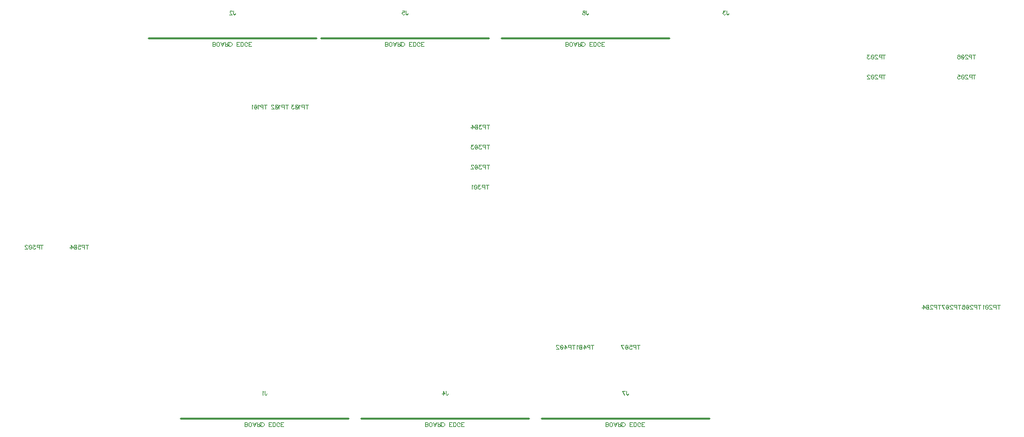
<source format=gbr>
G04 DipTrace 2.4.0.2*
%INBottomAssy.gbr*%
%MOIN*%
%ADD10C,0.0098*%
%ADD12C,0.003*%
%FSLAX44Y44*%
G04*
G70*
G90*
G75*
G01*
%LNBotAssy*%
%LPD*%
X10311Y402D2*
D10*
X18689D1*
X8711Y19402D2*
X17089D1*
X19311Y402D2*
X27689D1*
X17311Y19402D2*
X25689D1*
X28311Y402D2*
X36689D1*
X26311Y19402D2*
X34689D1*
X14507Y1793D2*
D12*
Y1640D1*
X14517Y1611D1*
X14526Y1602D1*
X14545Y1592D1*
X14564D1*
X14583Y1602D1*
X14593Y1611D1*
X14603Y1640D1*
Y1659D1*
X14445Y1754D2*
X14426Y1764D1*
X14397Y1793D1*
Y1592D1*
X12950Y20793D2*
Y20640D1*
X12960Y20611D1*
X12969Y20602D1*
X12988Y20592D1*
X13007D1*
X13026Y20602D1*
X13036Y20611D1*
X13046Y20640D1*
Y20659D1*
X12879Y20745D2*
Y20754D1*
X12869Y20774D1*
X12860Y20783D1*
X12840Y20793D1*
X12802D1*
X12783Y20783D1*
X12774Y20774D1*
X12764Y20754D1*
Y20735D1*
X12774Y20716D1*
X12793Y20688D1*
X12888Y20592D1*
X12754D1*
X37550Y20793D2*
Y20640D1*
X37560Y20611D1*
X37569Y20602D1*
X37588Y20592D1*
X37607D1*
X37626Y20602D1*
X37636Y20611D1*
X37646Y20640D1*
Y20659D1*
X37469Y20793D2*
X37364D1*
X37421Y20716D1*
X37393D1*
X37374Y20707D1*
X37364Y20697D1*
X37354Y20668D1*
Y20649D1*
X37364Y20621D1*
X37383Y20601D1*
X37412Y20592D1*
X37440D1*
X37469Y20601D1*
X37479Y20611D1*
X37488Y20630D1*
X23555Y1793D2*
Y1640D1*
X23564Y1611D1*
X23574Y1602D1*
X23593Y1592D1*
X23612D1*
X23631Y1602D1*
X23641Y1611D1*
X23650Y1640D1*
Y1659D1*
X23397Y1592D2*
Y1793D1*
X23493Y1659D1*
X23350D1*
X21550Y20793D2*
Y20640D1*
X21560Y20611D1*
X21569Y20602D1*
X21588Y20592D1*
X21607D1*
X21626Y20602D1*
X21636Y20611D1*
X21646Y20640D1*
Y20659D1*
X21374Y20793D2*
X21469D1*
X21479Y20707D1*
X21469Y20716D1*
X21440Y20726D1*
X21412D1*
X21383Y20716D1*
X21364Y20697D1*
X21354Y20668D1*
Y20649D1*
X21364Y20621D1*
X21383Y20601D1*
X21412Y20592D1*
X21440D1*
X21469Y20601D1*
X21479Y20611D1*
X21488Y20630D1*
X32550Y1793D2*
Y1640D1*
X32560Y1611D1*
X32569Y1602D1*
X32588Y1592D1*
X32607D1*
X32626Y1602D1*
X32636Y1611D1*
X32646Y1640D1*
Y1659D1*
X32450Y1592D2*
X32354Y1793D1*
X32488D1*
X30550Y20793D2*
Y20640D1*
X30559Y20611D1*
X30569Y20602D1*
X30588Y20592D1*
X30607D1*
X30626Y20602D1*
X30636Y20611D1*
X30646Y20640D1*
Y20659D1*
X30440Y20793D2*
X30469Y20783D1*
X30479Y20764D1*
Y20745D1*
X30469Y20726D1*
X30450Y20716D1*
X30412Y20707D1*
X30383Y20697D1*
X30364Y20678D1*
X30354Y20659D1*
Y20630D1*
X30364Y20611D1*
X30373Y20601D1*
X30402Y20592D1*
X30440D1*
X30469Y20601D1*
X30479Y20611D1*
X30488Y20630D1*
Y20659D1*
X30479Y20678D1*
X30459Y20697D1*
X30431Y20707D1*
X30393Y20716D1*
X30373Y20726D1*
X30364Y20745D1*
Y20764D1*
X30373Y20783D1*
X30402Y20793D1*
X30440D1*
X14555Y16088D2*
Y15887D1*
X14622Y16088D2*
X14488D1*
X14427Y15983D2*
X14340D1*
X14312Y15992D1*
X14302Y16002D1*
X14293Y16021D1*
Y16050D1*
X14302Y16069D1*
X14312Y16079D1*
X14340Y16088D1*
X14427D1*
Y15887D1*
X14231Y16050D2*
X14212Y16059D1*
X14183Y16088D1*
Y15887D1*
X14064Y16088D2*
X14093Y16078D1*
X14112Y16050D1*
X14121Y16002D1*
Y15973D1*
X14112Y15925D1*
X14093Y15897D1*
X14064Y15887D1*
X14045D1*
X14016Y15897D1*
X13997Y15925D1*
X13987Y15973D1*
Y16002D1*
X13997Y16050D1*
X14016Y16078D1*
X14045Y16088D1*
X14064D1*
X13997Y16050D2*
X14112Y15925D1*
X13926Y16050D2*
X13906Y16059D1*
X13878Y16088D1*
Y15887D1*
X15598Y16088D2*
Y15887D1*
X15665Y16088D2*
X15531D1*
X15470Y15983D2*
X15383D1*
X15355Y15992D1*
X15345Y16002D1*
X15336Y16021D1*
Y16050D1*
X15345Y16069D1*
X15355Y16079D1*
X15383Y16088D1*
X15470D1*
Y15887D1*
X15274Y16050D2*
X15255Y16059D1*
X15226Y16088D1*
Y15887D1*
X15107Y16088D2*
X15136Y16078D1*
X15155Y16050D1*
X15164Y16002D1*
Y15973D1*
X15155Y15925D1*
X15136Y15897D1*
X15107Y15887D1*
X15088D1*
X15059Y15897D1*
X15040Y15925D1*
X15030Y15973D1*
Y16002D1*
X15040Y16050D1*
X15059Y16078D1*
X15088Y16088D1*
X15107D1*
X15040Y16050D2*
X15155Y15925D1*
X14959Y16040D2*
Y16050D1*
X14949Y16069D1*
X14940Y16078D1*
X14921Y16088D1*
X14882D1*
X14863Y16078D1*
X14854Y16069D1*
X14844Y16050D1*
Y16031D1*
X14854Y16011D1*
X14873Y15983D1*
X14969Y15887D1*
X14835D1*
X16598Y16088D2*
Y15887D1*
X16665Y16088D2*
X16531D1*
X16470Y15983D2*
X16383D1*
X16355Y15992D1*
X16345Y16002D1*
X16336Y16021D1*
Y16050D1*
X16345Y16069D1*
X16355Y16079D1*
X16383Y16088D1*
X16470D1*
Y15887D1*
X16274Y16050D2*
X16255Y16059D1*
X16226Y16088D1*
Y15887D1*
X16107Y16088D2*
X16136Y16078D1*
X16155Y16050D1*
X16164Y16002D1*
Y15973D1*
X16155Y15925D1*
X16136Y15897D1*
X16107Y15887D1*
X16088D1*
X16059Y15897D1*
X16040Y15925D1*
X16030Y15973D1*
Y16002D1*
X16040Y16050D1*
X16059Y16078D1*
X16088Y16088D1*
X16107D1*
X16040Y16050D2*
X16155Y15925D1*
X15949Y16088D2*
X15844D1*
X15902Y16011D1*
X15873D1*
X15854Y16002D1*
X15844Y15992D1*
X15835Y15964D1*
Y15945D1*
X15844Y15916D1*
X15863Y15897D1*
X15892Y15887D1*
X15921D1*
X15949Y15897D1*
X15959Y15906D1*
X15969Y15925D1*
X51098Y6088D2*
Y5887D1*
X51165Y6088D2*
X51031D1*
X50970Y5983D2*
X50883D1*
X50855Y5992D1*
X50845Y6002D1*
X50836Y6021D1*
Y6050D1*
X50845Y6069D1*
X50855Y6079D1*
X50883Y6088D1*
X50970D1*
Y5887D1*
X50764Y6040D2*
Y6050D1*
X50755Y6069D1*
X50745Y6078D1*
X50726Y6088D1*
X50688D1*
X50669Y6078D1*
X50659Y6069D1*
X50650Y6050D1*
Y6031D1*
X50659Y6011D1*
X50678Y5983D1*
X50774Y5887D1*
X50640D1*
X50521Y6088D2*
X50550Y6078D1*
X50569Y6050D1*
X50578Y6002D1*
Y5973D1*
X50569Y5925D1*
X50550Y5897D1*
X50521Y5887D1*
X50502D1*
X50473Y5897D1*
X50454Y5925D1*
X50444Y5973D1*
Y6002D1*
X50454Y6050D1*
X50473Y6078D1*
X50502Y6088D1*
X50521D1*
X50454Y6050D2*
X50569Y5925D1*
X50383Y6050D2*
X50363Y6059D1*
X50335Y6088D1*
Y5887D1*
X45391Y17588D2*
Y17387D1*
X45458Y17588D2*
X45324D1*
X45263Y17483D2*
X45176D1*
X45148Y17492D1*
X45138Y17502D1*
X45129Y17521D1*
Y17550D1*
X45138Y17569D1*
X45148Y17579D1*
X45176Y17588D1*
X45263D1*
Y17387D1*
X45057Y17540D2*
Y17550D1*
X45048Y17569D1*
X45038Y17578D1*
X45019Y17588D1*
X44981D1*
X44962Y17578D1*
X44952Y17569D1*
X44943Y17550D1*
Y17531D1*
X44952Y17511D1*
X44971Y17483D1*
X45067Y17387D1*
X44933D1*
X44814Y17588D2*
X44843Y17578D1*
X44862Y17550D1*
X44871Y17502D1*
Y17473D1*
X44862Y17425D1*
X44843Y17397D1*
X44814Y17387D1*
X44795D1*
X44766Y17397D1*
X44747Y17425D1*
X44737Y17473D1*
Y17502D1*
X44747Y17550D1*
X44766Y17578D1*
X44795Y17588D1*
X44814D1*
X44747Y17550D2*
X44862Y17425D1*
X44666Y17540D2*
Y17550D1*
X44656Y17569D1*
X44647Y17578D1*
X44628Y17588D1*
X44589D1*
X44570Y17578D1*
X44561Y17569D1*
X44551Y17550D1*
Y17531D1*
X44561Y17511D1*
X44580Y17483D1*
X44676Y17387D1*
X44542D1*
X45391Y18588D2*
Y18387D1*
X45458Y18588D2*
X45324D1*
X45263Y18483D2*
X45176D1*
X45148Y18492D1*
X45138Y18502D1*
X45129Y18521D1*
Y18550D1*
X45138Y18569D1*
X45148Y18579D1*
X45176Y18588D1*
X45263D1*
Y18387D1*
X45057Y18540D2*
Y18550D1*
X45048Y18569D1*
X45038Y18578D1*
X45019Y18588D1*
X44981D1*
X44962Y18578D1*
X44952Y18569D1*
X44943Y18550D1*
Y18531D1*
X44952Y18511D1*
X44971Y18483D1*
X45067Y18387D1*
X44933D1*
X44814Y18588D2*
X44843Y18578D1*
X44862Y18550D1*
X44871Y18502D1*
Y18473D1*
X44862Y18425D1*
X44843Y18397D1*
X44814Y18387D1*
X44795D1*
X44766Y18397D1*
X44747Y18425D1*
X44737Y18473D1*
Y18502D1*
X44747Y18550D1*
X44766Y18578D1*
X44795Y18588D1*
X44814D1*
X44747Y18550D2*
X44862Y18425D1*
X44656Y18588D2*
X44551D1*
X44609Y18511D1*
X44580D1*
X44561Y18502D1*
X44551Y18492D1*
X44542Y18464D1*
Y18445D1*
X44551Y18416D1*
X44570Y18397D1*
X44599Y18387D1*
X44628D1*
X44656Y18397D1*
X44666Y18406D1*
X44676Y18425D1*
X48146Y6088D2*
Y5887D1*
X48213Y6088D2*
X48079D1*
X48017Y5983D2*
X47931D1*
X47903Y5992D1*
X47893Y6002D1*
X47883Y6021D1*
Y6050D1*
X47893Y6069D1*
X47903Y6079D1*
X47931Y6088D1*
X48017D1*
Y5887D1*
X47812Y6040D2*
Y6050D1*
X47803Y6069D1*
X47793Y6078D1*
X47774Y6088D1*
X47736D1*
X47717Y6078D1*
X47707Y6069D1*
X47697Y6050D1*
Y6031D1*
X47707Y6011D1*
X47726Y5983D1*
X47822Y5887D1*
X47688D1*
X47569Y6088D2*
X47597Y6078D1*
X47617Y6050D1*
X47626Y6002D1*
Y5973D1*
X47617Y5925D1*
X47597Y5897D1*
X47569Y5887D1*
X47550D1*
X47521Y5897D1*
X47502Y5925D1*
X47492Y5973D1*
Y6002D1*
X47502Y6050D1*
X47521Y6078D1*
X47550Y6088D1*
X47569D1*
X47502Y6050D2*
X47617Y5925D1*
X47335Y5887D2*
Y6088D1*
X47430Y5954D1*
X47287D1*
X49891Y17588D2*
Y17387D1*
X49958Y17588D2*
X49824D1*
X49763Y17483D2*
X49676D1*
X49648Y17492D1*
X49638Y17502D1*
X49629Y17521D1*
Y17550D1*
X49638Y17569D1*
X49648Y17579D1*
X49676Y17588D1*
X49763D1*
Y17387D1*
X49557Y17540D2*
Y17550D1*
X49548Y17569D1*
X49538Y17578D1*
X49519Y17588D1*
X49481D1*
X49462Y17578D1*
X49452Y17569D1*
X49443Y17550D1*
Y17531D1*
X49452Y17511D1*
X49471Y17483D1*
X49567Y17387D1*
X49433D1*
X49314Y17588D2*
X49343Y17578D1*
X49362Y17550D1*
X49371Y17502D1*
Y17473D1*
X49362Y17425D1*
X49343Y17397D1*
X49314Y17387D1*
X49295D1*
X49266Y17397D1*
X49247Y17425D1*
X49237Y17473D1*
Y17502D1*
X49247Y17550D1*
X49266Y17578D1*
X49295Y17588D1*
X49314D1*
X49247Y17550D2*
X49362Y17425D1*
X49061Y17588D2*
X49156D1*
X49166Y17502D1*
X49156Y17511D1*
X49128Y17521D1*
X49099D1*
X49070Y17511D1*
X49051Y17492D1*
X49042Y17464D1*
Y17445D1*
X49051Y17416D1*
X49070Y17397D1*
X49099Y17387D1*
X49128D1*
X49156Y17397D1*
X49166Y17406D1*
X49176Y17425D1*
X49887Y18588D2*
Y18387D1*
X49954Y18588D2*
X49820D1*
X49758Y18483D2*
X49672D1*
X49643Y18492D1*
X49633Y18502D1*
X49624Y18521D1*
Y18550D1*
X49633Y18569D1*
X49643Y18579D1*
X49672Y18588D1*
X49758D1*
Y18387D1*
X49552Y18540D2*
Y18550D1*
X49543Y18569D1*
X49533Y18578D1*
X49514Y18588D1*
X49476D1*
X49457Y18578D1*
X49447Y18569D1*
X49438Y18550D1*
Y18531D1*
X49447Y18511D1*
X49466Y18483D1*
X49562Y18387D1*
X49428D1*
X49309Y18588D2*
X49338Y18578D1*
X49357Y18550D1*
X49366Y18502D1*
Y18473D1*
X49357Y18425D1*
X49338Y18397D1*
X49309Y18387D1*
X49290D1*
X49261Y18397D1*
X49242Y18425D1*
X49232Y18473D1*
Y18502D1*
X49242Y18550D1*
X49261Y18578D1*
X49290Y18588D1*
X49309D1*
X49242Y18550D2*
X49357Y18425D1*
X49056Y18559D2*
X49065Y18578D1*
X49094Y18588D1*
X49113D1*
X49142Y18578D1*
X49161Y18550D1*
X49171Y18502D1*
Y18454D1*
X49161Y18416D1*
X49142Y18397D1*
X49113Y18387D1*
X49104D1*
X49075Y18397D1*
X49056Y18416D1*
X49046Y18445D1*
Y18454D1*
X49056Y18483D1*
X49075Y18502D1*
X49104Y18511D1*
X49113D1*
X49142Y18502D1*
X49161Y18483D1*
X49171Y18454D1*
X49141Y6088D2*
Y5887D1*
X49208Y6088D2*
X49074D1*
X49013Y5983D2*
X48926D1*
X48898Y5992D1*
X48888Y6002D1*
X48879Y6021D1*
Y6050D1*
X48888Y6069D1*
X48898Y6079D1*
X48926Y6088D1*
X49013D1*
Y5887D1*
X48807Y6040D2*
Y6050D1*
X48798Y6069D1*
X48788Y6078D1*
X48769Y6088D1*
X48731D1*
X48712Y6078D1*
X48702Y6069D1*
X48693Y6050D1*
Y6031D1*
X48702Y6011D1*
X48721Y5983D1*
X48817Y5887D1*
X48683D1*
X48564Y6088D2*
X48593Y6078D1*
X48612Y6050D1*
X48621Y6002D1*
Y5973D1*
X48612Y5925D1*
X48593Y5897D1*
X48564Y5887D1*
X48545D1*
X48516Y5897D1*
X48497Y5925D1*
X48487Y5973D1*
Y6002D1*
X48497Y6050D1*
X48516Y6078D1*
X48545Y6088D1*
X48564D1*
X48497Y6050D2*
X48612Y5925D1*
X48387Y5887D2*
X48292Y6088D1*
X48426D1*
X50141D2*
Y5887D1*
X50208Y6088D2*
X50074D1*
X50013Y5983D2*
X49926D1*
X49898Y5992D1*
X49888Y6002D1*
X49879Y6021D1*
Y6050D1*
X49888Y6069D1*
X49898Y6079D1*
X49926Y6088D1*
X50013D1*
Y5887D1*
X49807Y6040D2*
Y6050D1*
X49798Y6069D1*
X49788Y6078D1*
X49769Y6088D1*
X49731D1*
X49712Y6078D1*
X49702Y6069D1*
X49692Y6050D1*
Y6031D1*
X49702Y6011D1*
X49721Y5983D1*
X49817Y5887D1*
X49683D1*
X49564Y6088D2*
X49592Y6078D1*
X49612Y6050D1*
X49621Y6002D1*
Y5973D1*
X49612Y5925D1*
X49592Y5897D1*
X49564Y5887D1*
X49545D1*
X49516Y5897D1*
X49497Y5925D1*
X49487Y5973D1*
Y6002D1*
X49497Y6050D1*
X49516Y6078D1*
X49545Y6088D1*
X49564D1*
X49497Y6050D2*
X49612Y5925D1*
X49378Y6088D2*
X49406Y6078D1*
X49416Y6059D1*
Y6040D1*
X49406Y6021D1*
X49387Y6011D1*
X49349Y6002D1*
X49320Y5992D1*
X49301Y5973D1*
X49292Y5954D1*
Y5925D1*
X49301Y5906D1*
X49311Y5897D1*
X49339Y5887D1*
X49378D1*
X49406Y5897D1*
X49416Y5906D1*
X49425Y5925D1*
Y5954D1*
X49416Y5973D1*
X49397Y5992D1*
X49368Y6002D1*
X49330Y6011D1*
X49311Y6021D1*
X49301Y6040D1*
Y6059D1*
X49311Y6078D1*
X49339Y6088D1*
X49378D1*
X25598Y12088D2*
Y11887D1*
X25665Y12088D2*
X25531D1*
X25470Y11983D2*
X25383D1*
X25355Y11992D1*
X25345Y12002D1*
X25336Y12021D1*
Y12050D1*
X25345Y12069D1*
X25355Y12079D1*
X25383Y12088D1*
X25470D1*
Y11887D1*
X25255Y12088D2*
X25150D1*
X25207Y12011D1*
X25178D1*
X25159Y12002D1*
X25150Y11992D1*
X25140Y11964D1*
Y11945D1*
X25150Y11916D1*
X25169Y11897D1*
X25197Y11887D1*
X25226D1*
X25255Y11897D1*
X25264Y11906D1*
X25274Y11925D1*
X25021Y12088D2*
X25050Y12078D1*
X25069Y12050D1*
X25078Y12002D1*
Y11973D1*
X25069Y11925D1*
X25050Y11897D1*
X25021Y11887D1*
X25002D1*
X24973Y11897D1*
X24954Y11925D1*
X24944Y11973D1*
Y12002D1*
X24954Y12050D1*
X24973Y12078D1*
X25002Y12088D1*
X25021D1*
X24954Y12050D2*
X25069Y11925D1*
X24883Y12050D2*
X24863Y12059D1*
X24835Y12088D1*
Y11887D1*
X25641Y13088D2*
Y12887D1*
X25708Y13088D2*
X25574D1*
X25513Y12983D2*
X25426D1*
X25398Y12992D1*
X25388Y13002D1*
X25379Y13021D1*
Y13050D1*
X25388Y13069D1*
X25398Y13079D1*
X25426Y13088D1*
X25513D1*
Y12887D1*
X25298Y13088D2*
X25193D1*
X25250Y13011D1*
X25221D1*
X25202Y13002D1*
X25193Y12992D1*
X25183Y12964D1*
Y12945D1*
X25193Y12916D1*
X25212Y12897D1*
X25240Y12887D1*
X25269D1*
X25298Y12897D1*
X25307Y12906D1*
X25317Y12925D1*
X25064Y13088D2*
X25093Y13078D1*
X25112Y13050D1*
X25121Y13002D1*
Y12973D1*
X25112Y12925D1*
X25093Y12897D1*
X25064Y12887D1*
X25045D1*
X25016Y12897D1*
X24997Y12925D1*
X24987Y12973D1*
Y13002D1*
X24997Y13050D1*
X25016Y13078D1*
X25045Y13088D1*
X25064D1*
X24997Y13050D2*
X25112Y12925D1*
X24916Y13040D2*
Y13050D1*
X24906Y13069D1*
X24897Y13078D1*
X24878Y13088D1*
X24839D1*
X24820Y13078D1*
X24811Y13069D1*
X24801Y13050D1*
Y13031D1*
X24811Y13011D1*
X24830Y12983D1*
X24926Y12887D1*
X24792D1*
X25641Y14088D2*
Y13887D1*
X25708Y14088D2*
X25574D1*
X25513Y13983D2*
X25426D1*
X25398Y13992D1*
X25388Y14002D1*
X25379Y14021D1*
Y14050D1*
X25388Y14069D1*
X25398Y14079D1*
X25426Y14088D1*
X25513D1*
Y13887D1*
X25298Y14088D2*
X25193D1*
X25250Y14011D1*
X25221D1*
X25202Y14002D1*
X25193Y13992D1*
X25183Y13964D1*
Y13945D1*
X25193Y13916D1*
X25212Y13897D1*
X25240Y13887D1*
X25269D1*
X25298Y13897D1*
X25307Y13906D1*
X25317Y13925D1*
X25064Y14088D2*
X25093Y14078D1*
X25112Y14050D1*
X25121Y14002D1*
Y13973D1*
X25112Y13925D1*
X25093Y13897D1*
X25064Y13887D1*
X25045D1*
X25016Y13897D1*
X24997Y13925D1*
X24987Y13973D1*
Y14002D1*
X24997Y14050D1*
X25016Y14078D1*
X25045Y14088D1*
X25064D1*
X24997Y14050D2*
X25112Y13925D1*
X24906Y14088D2*
X24801D1*
X24859Y14011D1*
X24830D1*
X24811Y14002D1*
X24801Y13992D1*
X24792Y13964D1*
Y13945D1*
X24801Y13916D1*
X24820Y13897D1*
X24849Y13887D1*
X24878D1*
X24906Y13897D1*
X24916Y13906D1*
X24926Y13925D1*
X25646Y15088D2*
Y14887D1*
X25713Y15088D2*
X25579D1*
X25517Y14983D2*
X25431D1*
X25403Y14992D1*
X25393Y15002D1*
X25383Y15021D1*
Y15050D1*
X25393Y15069D1*
X25403Y15079D1*
X25431Y15088D1*
X25517D1*
Y14887D1*
X25303Y15088D2*
X25197D1*
X25255Y15011D1*
X25226D1*
X25207Y15002D1*
X25197Y14992D1*
X25188Y14964D1*
Y14945D1*
X25197Y14916D1*
X25217Y14897D1*
X25245Y14887D1*
X25274D1*
X25303Y14897D1*
X25312Y14906D1*
X25322Y14925D1*
X25069Y15088D2*
X25097Y15078D1*
X25117Y15050D1*
X25126Y15002D1*
Y14973D1*
X25117Y14925D1*
X25097Y14897D1*
X25069Y14887D1*
X25050D1*
X25021Y14897D1*
X25002Y14925D1*
X24992Y14973D1*
Y15002D1*
X25002Y15050D1*
X25021Y15078D1*
X25050Y15088D1*
X25069D1*
X25002Y15050D2*
X25117Y14925D1*
X24835Y14887D2*
Y15088D1*
X24930Y14954D1*
X24787D1*
X30853Y4088D2*
Y3887D1*
X30920Y4088D2*
X30786D1*
X30724Y3983D2*
X30638D1*
X30610Y3992D1*
X30600Y4002D1*
X30590Y4021D1*
Y4050D1*
X30600Y4069D1*
X30610Y4079D1*
X30638Y4088D1*
X30724D1*
Y3887D1*
X30433D2*
Y4088D1*
X30529Y3954D1*
X30385D1*
X30266Y4088D2*
X30295Y4078D1*
X30314Y4050D1*
X30324Y4002D1*
Y3973D1*
X30314Y3925D1*
X30295Y3897D1*
X30266Y3887D1*
X30247D1*
X30218Y3897D1*
X30199Y3925D1*
X30190Y3973D1*
Y4002D1*
X30199Y4050D1*
X30218Y4078D1*
X30247Y4088D1*
X30266D1*
X30199Y4050D2*
X30314Y3925D1*
X30128Y4050D2*
X30109Y4059D1*
X30080Y4088D1*
Y3887D1*
X29896Y4088D2*
Y3887D1*
X29963Y4088D2*
X29829D1*
X29767Y3983D2*
X29681D1*
X29653Y3992D1*
X29643Y4002D1*
X29633Y4021D1*
Y4050D1*
X29643Y4069D1*
X29653Y4079D1*
X29681Y4088D1*
X29767D1*
Y3887D1*
X29476D2*
Y4088D1*
X29572Y3954D1*
X29428D1*
X29309Y4088D2*
X29338Y4078D1*
X29357Y4050D1*
X29367Y4002D1*
Y3973D1*
X29357Y3925D1*
X29338Y3897D1*
X29309Y3887D1*
X29290D1*
X29261Y3897D1*
X29242Y3925D1*
X29233Y3973D1*
Y4002D1*
X29242Y4050D1*
X29261Y4078D1*
X29290Y4088D1*
X29309D1*
X29242Y4050D2*
X29357Y3925D1*
X29161Y4040D2*
Y4050D1*
X29152Y4069D1*
X29142Y4078D1*
X29123Y4088D1*
X29085D1*
X29066Y4078D1*
X29056Y4069D1*
X29046Y4050D1*
Y4031D1*
X29056Y4011D1*
X29075Y3983D1*
X29171Y3887D1*
X29037D1*
X3391Y9088D2*
Y8887D1*
X3458Y9088D2*
X3324D1*
X3263Y8983D2*
X3176D1*
X3148Y8992D1*
X3138Y9002D1*
X3129Y9021D1*
Y9050D1*
X3138Y9069D1*
X3148Y9079D1*
X3176Y9088D1*
X3263D1*
Y8887D1*
X2952Y9088D2*
X3048D1*
X3057Y9002D1*
X3048Y9011D1*
X3019Y9021D1*
X2990D1*
X2962Y9011D1*
X2943Y8992D1*
X2933Y8964D1*
Y8945D1*
X2943Y8916D1*
X2962Y8897D1*
X2990Y8887D1*
X3019D1*
X3048Y8897D1*
X3057Y8906D1*
X3067Y8925D1*
X2814Y9088D2*
X2843Y9078D1*
X2862Y9050D1*
X2871Y9002D1*
Y8973D1*
X2862Y8925D1*
X2843Y8897D1*
X2814Y8887D1*
X2795D1*
X2766Y8897D1*
X2747Y8925D1*
X2737Y8973D1*
Y9002D1*
X2747Y9050D1*
X2766Y9078D1*
X2795Y9088D1*
X2814D1*
X2747Y9050D2*
X2862Y8925D1*
X2666Y9040D2*
Y9050D1*
X2656Y9069D1*
X2647Y9078D1*
X2628Y9088D1*
X2589D1*
X2570Y9078D1*
X2561Y9069D1*
X2551Y9050D1*
Y9031D1*
X2561Y9011D1*
X2580Y8983D1*
X2676Y8887D1*
X2542D1*
X5646Y9088D2*
Y8887D1*
X5713Y9088D2*
X5579D1*
X5517Y8983D2*
X5431D1*
X5403Y8992D1*
X5393Y9002D1*
X5383Y9021D1*
Y9050D1*
X5393Y9069D1*
X5403Y9079D1*
X5431Y9088D1*
X5517D1*
Y8887D1*
X5207Y9088D2*
X5303D1*
X5312Y9002D1*
X5303Y9011D1*
X5274Y9021D1*
X5245D1*
X5217Y9011D1*
X5197Y8992D1*
X5188Y8964D1*
Y8945D1*
X5197Y8916D1*
X5217Y8897D1*
X5245Y8887D1*
X5274D1*
X5303Y8897D1*
X5312Y8906D1*
X5322Y8925D1*
X5069Y9088D2*
X5097Y9078D1*
X5117Y9050D1*
X5126Y9002D1*
Y8973D1*
X5117Y8925D1*
X5097Y8897D1*
X5069Y8887D1*
X5050D1*
X5021Y8897D1*
X5002Y8925D1*
X4992Y8973D1*
Y9002D1*
X5002Y9050D1*
X5021Y9078D1*
X5050Y9088D1*
X5069D1*
X5002Y9050D2*
X5117Y8925D1*
X4835Y8887D2*
Y9088D1*
X4930Y8954D1*
X4787D1*
X33141Y4088D2*
Y3887D1*
X33208Y4088D2*
X33074D1*
X33013Y3983D2*
X32926D1*
X32898Y3992D1*
X32888Y4002D1*
X32879Y4021D1*
Y4050D1*
X32888Y4069D1*
X32898Y4079D1*
X32926Y4088D1*
X33013D1*
Y3887D1*
X32702Y4088D2*
X32798D1*
X32807Y4002D1*
X32798Y4011D1*
X32769Y4021D1*
X32740D1*
X32712Y4011D1*
X32693Y3992D1*
X32683Y3964D1*
Y3945D1*
X32693Y3916D1*
X32712Y3897D1*
X32740Y3887D1*
X32769D1*
X32798Y3897D1*
X32807Y3906D1*
X32817Y3925D1*
X32564Y4088D2*
X32593Y4078D1*
X32612Y4050D1*
X32621Y4002D1*
Y3973D1*
X32612Y3925D1*
X32593Y3897D1*
X32564Y3887D1*
X32545D1*
X32516Y3897D1*
X32497Y3925D1*
X32487Y3973D1*
Y4002D1*
X32497Y4050D1*
X32516Y4078D1*
X32545Y4088D1*
X32564D1*
X32497Y4050D2*
X32612Y3925D1*
X32387Y3887D2*
X32292Y4088D1*
X32426D1*
X13505Y19D2*
Y220D1*
X13592D1*
X13620Y210D1*
X13630Y200D1*
X13639Y181D1*
Y153D1*
X13630Y133D1*
X13620Y124D1*
X13592Y114D1*
X13620Y105D1*
X13630Y95D1*
X13639Y76D1*
Y57D1*
X13630Y38D1*
X13620Y28D1*
X13592Y19D1*
X13505D1*
Y114D2*
X13592D1*
X13759Y19D2*
X13739Y28D1*
X13720Y47D1*
X13711Y66D1*
X13701Y95D1*
Y143D1*
X13711Y172D1*
X13720Y191D1*
X13739Y210D1*
X13759Y220D1*
X13797D1*
X13816Y210D1*
X13835Y191D1*
X13845Y172D1*
X13854Y143D1*
Y95D1*
X13845Y66D1*
X13835Y47D1*
X13816Y28D1*
X13797Y19D1*
X13759D1*
X14069Y220D2*
X13992Y19D1*
X13916Y220D1*
X13945Y153D2*
X14040D1*
X14131Y114D2*
X14217D1*
X14246Y105D1*
X14255Y95D1*
X14265Y76D1*
Y57D1*
X14255Y38D1*
X14246Y28D1*
X14217Y19D1*
X14131D1*
Y220D1*
X14198Y114D2*
X14265Y220D1*
X14327Y19D2*
Y220D1*
X14394D1*
X14422Y210D1*
X14442Y191D1*
X14451Y172D1*
X14461Y143D1*
Y95D1*
X14451Y66D1*
X14442Y47D1*
X14422Y28D1*
X14394Y19D1*
X14327D1*
X14841D2*
X14717D1*
Y220D1*
X14841D1*
X14717Y114D2*
X14793D1*
X14903Y19D2*
Y220D1*
X14970D1*
X14998Y210D1*
X15018Y191D1*
X15027Y172D1*
X15037Y143D1*
Y95D1*
X15027Y66D1*
X15018Y47D1*
X14998Y28D1*
X14970Y19D1*
X14903D1*
X15242Y66D2*
X15232Y47D1*
X15213Y28D1*
X15194Y19D1*
X15156D1*
X15137Y28D1*
X15118Y47D1*
X15108Y66D1*
X15098Y95D1*
Y143D1*
X15108Y172D1*
X15118Y191D1*
X15137Y210D1*
X15156Y220D1*
X15194D1*
X15213Y210D1*
X15232Y191D1*
X15242Y172D1*
Y143D1*
X15194D1*
X15428Y19D2*
X15304D1*
Y220D1*
X15428D1*
X15304Y114D2*
X15380D1*
X11905Y19019D2*
Y19220D1*
X11992D1*
X12020Y19210D1*
X12030Y19200D1*
X12039Y19181D1*
Y19153D1*
X12030Y19133D1*
X12020Y19124D1*
X11992Y19114D1*
X12020Y19105D1*
X12030Y19095D1*
X12039Y19076D1*
Y19057D1*
X12030Y19038D1*
X12020Y19028D1*
X11992Y19019D1*
X11905D1*
Y19114D2*
X11992D1*
X12159Y19019D2*
X12139Y19028D1*
X12120Y19047D1*
X12111Y19066D1*
X12101Y19095D1*
Y19143D1*
X12111Y19172D1*
X12120Y19191D1*
X12139Y19210D1*
X12159Y19220D1*
X12197D1*
X12216Y19210D1*
X12235Y19191D1*
X12245Y19172D1*
X12254Y19143D1*
Y19095D1*
X12245Y19066D1*
X12235Y19047D1*
X12216Y19028D1*
X12197Y19019D1*
X12159D1*
X12469Y19220D2*
X12392Y19019D1*
X12316Y19220D1*
X12345Y19153D2*
X12440D1*
X12531Y19114D2*
X12617D1*
X12646Y19105D1*
X12655Y19095D1*
X12665Y19076D1*
Y19057D1*
X12655Y19038D1*
X12646Y19028D1*
X12617Y19019D1*
X12531D1*
Y19220D1*
X12598Y19114D2*
X12665Y19220D1*
X12727Y19019D2*
Y19220D1*
X12794D1*
X12822Y19210D1*
X12842Y19191D1*
X12851Y19172D1*
X12861Y19143D1*
Y19095D1*
X12851Y19066D1*
X12842Y19047D1*
X12822Y19028D1*
X12794Y19019D1*
X12727D1*
X13241D2*
X13117D1*
Y19220D1*
X13241D1*
X13117Y19114D2*
X13193D1*
X13303Y19019D2*
Y19220D1*
X13370D1*
X13398Y19210D1*
X13418Y19191D1*
X13427Y19172D1*
X13437Y19143D1*
Y19095D1*
X13427Y19066D1*
X13418Y19047D1*
X13398Y19028D1*
X13370Y19019D1*
X13303D1*
X13642Y19066D2*
X13632Y19047D1*
X13613Y19028D1*
X13594Y19019D1*
X13556D1*
X13537Y19028D1*
X13518Y19047D1*
X13508Y19066D1*
X13498Y19095D1*
Y19143D1*
X13508Y19172D1*
X13518Y19191D1*
X13537Y19210D1*
X13556Y19220D1*
X13594D1*
X13613Y19210D1*
X13632Y19191D1*
X13642Y19172D1*
Y19143D1*
X13594D1*
X13828Y19019D2*
X13704D1*
Y19220D1*
X13828D1*
X13704Y19114D2*
X13780D1*
X22505Y19D2*
Y220D1*
X22592D1*
X22620Y210D1*
X22630Y200D1*
X22639Y181D1*
Y153D1*
X22630Y133D1*
X22620Y124D1*
X22592Y114D1*
X22620Y105D1*
X22630Y95D1*
X22639Y76D1*
Y57D1*
X22630Y38D1*
X22620Y28D1*
X22592Y19D1*
X22505D1*
Y114D2*
X22592D1*
X22759Y19D2*
X22739Y28D1*
X22720Y47D1*
X22711Y66D1*
X22701Y95D1*
Y143D1*
X22711Y172D1*
X22720Y191D1*
X22739Y210D1*
X22759Y220D1*
X22797D1*
X22816Y210D1*
X22835Y191D1*
X22845Y172D1*
X22854Y143D1*
Y95D1*
X22845Y66D1*
X22835Y47D1*
X22816Y28D1*
X22797Y19D1*
X22759D1*
X23069Y220D2*
X22992Y19D1*
X22916Y220D1*
X22945Y153D2*
X23040D1*
X23131Y114D2*
X23217D1*
X23246Y105D1*
X23255Y95D1*
X23265Y76D1*
Y57D1*
X23255Y38D1*
X23246Y28D1*
X23217Y19D1*
X23131D1*
Y220D1*
X23198Y114D2*
X23265Y220D1*
X23327Y19D2*
Y220D1*
X23394D1*
X23422Y210D1*
X23442Y191D1*
X23451Y172D1*
X23461Y143D1*
Y95D1*
X23451Y66D1*
X23442Y47D1*
X23422Y28D1*
X23394Y19D1*
X23327D1*
X23841D2*
X23717D1*
Y220D1*
X23841D1*
X23717Y114D2*
X23793D1*
X23903Y19D2*
Y220D1*
X23970D1*
X23998Y210D1*
X24018Y191D1*
X24027Y172D1*
X24037Y143D1*
Y95D1*
X24027Y66D1*
X24018Y47D1*
X23998Y28D1*
X23970Y19D1*
X23903D1*
X24242Y66D2*
X24232Y47D1*
X24213Y28D1*
X24194Y19D1*
X24156D1*
X24137Y28D1*
X24118Y47D1*
X24108Y66D1*
X24098Y95D1*
Y143D1*
X24108Y172D1*
X24118Y191D1*
X24137Y210D1*
X24156Y220D1*
X24194D1*
X24213Y210D1*
X24232Y191D1*
X24242Y172D1*
Y143D1*
X24194D1*
X24428Y19D2*
X24304D1*
Y220D1*
X24428D1*
X24304Y114D2*
X24380D1*
X20505Y19019D2*
Y19220D1*
X20592D1*
X20620Y19210D1*
X20630Y19200D1*
X20639Y19181D1*
Y19153D1*
X20630Y19133D1*
X20620Y19124D1*
X20592Y19114D1*
X20620Y19105D1*
X20630Y19095D1*
X20639Y19076D1*
Y19057D1*
X20630Y19038D1*
X20620Y19028D1*
X20592Y19019D1*
X20505D1*
Y19114D2*
X20592D1*
X20759Y19019D2*
X20739Y19028D1*
X20720Y19047D1*
X20711Y19066D1*
X20701Y19095D1*
Y19143D1*
X20711Y19172D1*
X20720Y19191D1*
X20739Y19210D1*
X20759Y19220D1*
X20797D1*
X20816Y19210D1*
X20835Y19191D1*
X20845Y19172D1*
X20854Y19143D1*
Y19095D1*
X20845Y19066D1*
X20835Y19047D1*
X20816Y19028D1*
X20797Y19019D1*
X20759D1*
X21069Y19220D2*
X20992Y19019D1*
X20916Y19220D1*
X20945Y19153D2*
X21040D1*
X21131Y19114D2*
X21217D1*
X21246Y19105D1*
X21255Y19095D1*
X21265Y19076D1*
Y19057D1*
X21255Y19038D1*
X21246Y19028D1*
X21217Y19019D1*
X21131D1*
Y19220D1*
X21198Y19114D2*
X21265Y19220D1*
X21327Y19019D2*
Y19220D1*
X21394D1*
X21422Y19210D1*
X21442Y19191D1*
X21451Y19172D1*
X21461Y19143D1*
Y19095D1*
X21451Y19066D1*
X21442Y19047D1*
X21422Y19028D1*
X21394Y19019D1*
X21327D1*
X21841D2*
X21717D1*
Y19220D1*
X21841D1*
X21717Y19114D2*
X21793D1*
X21903Y19019D2*
Y19220D1*
X21970D1*
X21998Y19210D1*
X22018Y19191D1*
X22027Y19172D1*
X22037Y19143D1*
Y19095D1*
X22027Y19066D1*
X22018Y19047D1*
X21998Y19028D1*
X21970Y19019D1*
X21903D1*
X22242Y19066D2*
X22232Y19047D1*
X22213Y19028D1*
X22194Y19019D1*
X22156D1*
X22137Y19028D1*
X22118Y19047D1*
X22108Y19066D1*
X22098Y19095D1*
Y19143D1*
X22108Y19172D1*
X22118Y19191D1*
X22137Y19210D1*
X22156Y19220D1*
X22194D1*
X22213Y19210D1*
X22232Y19191D1*
X22242Y19172D1*
Y19143D1*
X22194D1*
X22428Y19019D2*
X22304D1*
Y19220D1*
X22428D1*
X22304Y19114D2*
X22380D1*
X31505Y19D2*
Y220D1*
X31592D1*
X31620Y210D1*
X31630Y200D1*
X31639Y181D1*
Y153D1*
X31630Y133D1*
X31620Y124D1*
X31592Y114D1*
X31620Y105D1*
X31630Y95D1*
X31639Y76D1*
Y57D1*
X31630Y38D1*
X31620Y28D1*
X31592Y19D1*
X31505D1*
Y114D2*
X31592D1*
X31759Y19D2*
X31739Y28D1*
X31720Y47D1*
X31711Y66D1*
X31701Y95D1*
Y143D1*
X31711Y172D1*
X31720Y191D1*
X31739Y210D1*
X31759Y220D1*
X31797D1*
X31816Y210D1*
X31835Y191D1*
X31845Y172D1*
X31854Y143D1*
Y95D1*
X31845Y66D1*
X31835Y47D1*
X31816Y28D1*
X31797Y19D1*
X31759D1*
X32069Y220D2*
X31992Y19D1*
X31916Y220D1*
X31945Y153D2*
X32040D1*
X32131Y114D2*
X32217D1*
X32246Y105D1*
X32255Y95D1*
X32265Y76D1*
Y57D1*
X32255Y38D1*
X32246Y28D1*
X32217Y19D1*
X32131D1*
Y220D1*
X32198Y114D2*
X32265Y220D1*
X32327Y19D2*
Y220D1*
X32394D1*
X32422Y210D1*
X32442Y191D1*
X32451Y172D1*
X32461Y143D1*
Y95D1*
X32451Y66D1*
X32442Y47D1*
X32422Y28D1*
X32394Y19D1*
X32327D1*
X32841D2*
X32717D1*
Y220D1*
X32841D1*
X32717Y114D2*
X32793D1*
X32903Y19D2*
Y220D1*
X32970D1*
X32998Y210D1*
X33018Y191D1*
X33027Y172D1*
X33037Y143D1*
Y95D1*
X33027Y66D1*
X33018Y47D1*
X32998Y28D1*
X32970Y19D1*
X32903D1*
X33242Y66D2*
X33232Y47D1*
X33213Y28D1*
X33194Y19D1*
X33156D1*
X33137Y28D1*
X33118Y47D1*
X33108Y66D1*
X33098Y95D1*
Y143D1*
X33108Y172D1*
X33118Y191D1*
X33137Y210D1*
X33156Y220D1*
X33194D1*
X33213Y210D1*
X33232Y191D1*
X33242Y172D1*
Y143D1*
X33194D1*
X33428Y19D2*
X33304D1*
Y220D1*
X33428D1*
X33304Y114D2*
X33380D1*
X29505Y19019D2*
Y19220D1*
X29592D1*
X29620Y19210D1*
X29630Y19200D1*
X29639Y19181D1*
Y19153D1*
X29630Y19133D1*
X29620Y19124D1*
X29592Y19114D1*
X29620Y19105D1*
X29630Y19095D1*
X29639Y19076D1*
Y19057D1*
X29630Y19038D1*
X29620Y19028D1*
X29592Y19019D1*
X29505D1*
Y19114D2*
X29592D1*
X29759Y19019D2*
X29739Y19028D1*
X29720Y19047D1*
X29711Y19066D1*
X29701Y19095D1*
Y19143D1*
X29711Y19172D1*
X29720Y19191D1*
X29739Y19210D1*
X29759Y19220D1*
X29797D1*
X29816Y19210D1*
X29835Y19191D1*
X29845Y19172D1*
X29854Y19143D1*
Y19095D1*
X29845Y19066D1*
X29835Y19047D1*
X29816Y19028D1*
X29797Y19019D1*
X29759D1*
X30069Y19220D2*
X29992Y19019D1*
X29916Y19220D1*
X29945Y19153D2*
X30040D1*
X30131Y19114D2*
X30217D1*
X30246Y19105D1*
X30255Y19095D1*
X30265Y19076D1*
Y19057D1*
X30255Y19038D1*
X30246Y19028D1*
X30217Y19019D1*
X30131D1*
Y19220D1*
X30198Y19114D2*
X30265Y19220D1*
X30327Y19019D2*
Y19220D1*
X30394D1*
X30422Y19210D1*
X30442Y19191D1*
X30451Y19172D1*
X30461Y19143D1*
Y19095D1*
X30451Y19066D1*
X30442Y19047D1*
X30422Y19028D1*
X30394Y19019D1*
X30327D1*
X30841D2*
X30717D1*
Y19220D1*
X30841D1*
X30717Y19114D2*
X30793D1*
X30903Y19019D2*
Y19220D1*
X30970D1*
X30998Y19210D1*
X31018Y19191D1*
X31027Y19172D1*
X31037Y19143D1*
Y19095D1*
X31027Y19066D1*
X31018Y19047D1*
X30998Y19028D1*
X30970Y19019D1*
X30903D1*
X31242Y19066D2*
X31232Y19047D1*
X31213Y19028D1*
X31194Y19019D1*
X31156D1*
X31137Y19028D1*
X31118Y19047D1*
X31108Y19066D1*
X31098Y19095D1*
Y19143D1*
X31108Y19172D1*
X31118Y19191D1*
X31137Y19210D1*
X31156Y19220D1*
X31194D1*
X31213Y19210D1*
X31232Y19191D1*
X31242Y19172D1*
Y19143D1*
X31194D1*
X31428Y19019D2*
X31304D1*
Y19220D1*
X31428D1*
X31304Y19114D2*
X31380D1*
M02*

</source>
